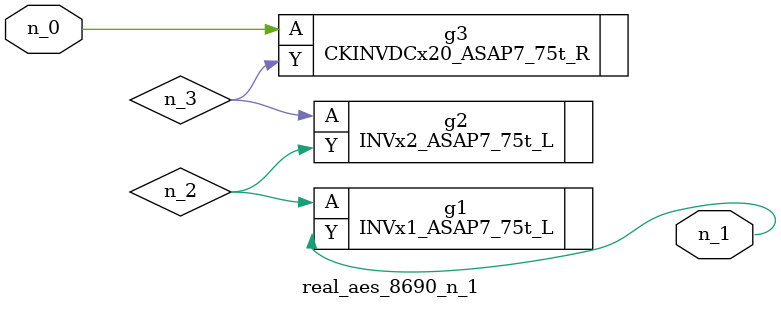
<source format=v>
module real_aes_8690_n_1 (n_0, n_1);
input n_0;
output n_1;
wire n_2;
wire n_3;
CKINVDCx20_ASAP7_75t_R g3 ( .A(n_0), .Y(n_3) );
INVx1_ASAP7_75t_L g1 ( .A(n_2), .Y(n_1) );
INVx2_ASAP7_75t_L g2 ( .A(n_3), .Y(n_2) );
endmodule
</source>
